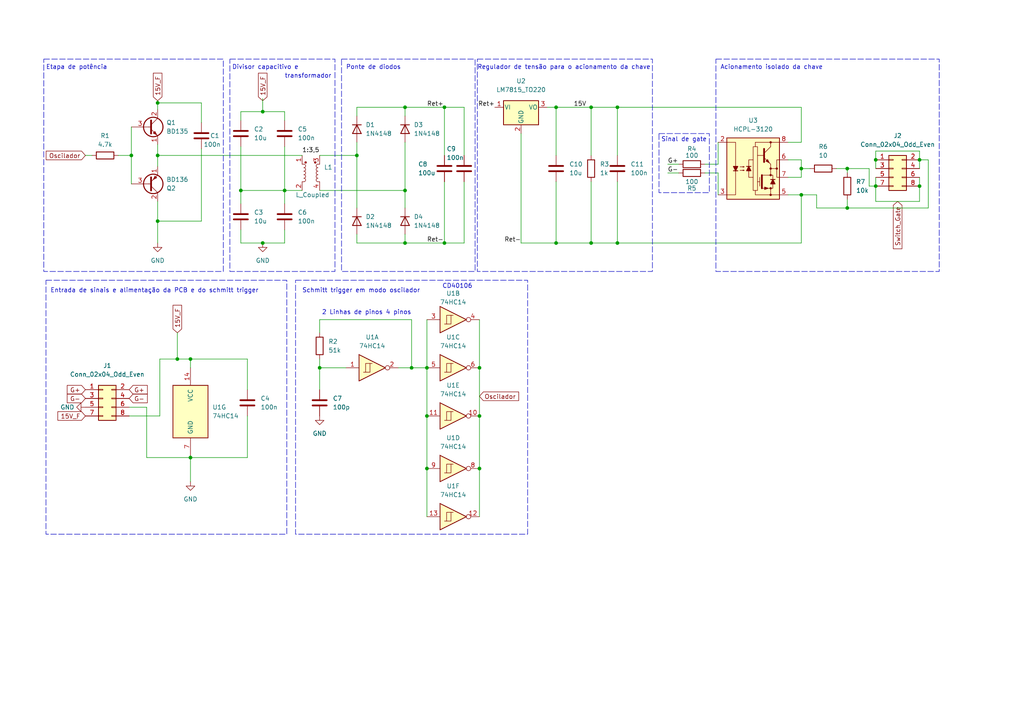
<source format=kicad_sch>
(kicad_sch (version 20230121) (generator eeschema)
  (paper "A4")
  (lib_symbols
    (symbol "74xx:74HC14" (pin_names (offset 1.016))
      (property "Reference" "U" (at 0 1.27 0))
      (property "Value" "74HC14" (at 0 -1.27 0))
      (symbol "74HC14_1_0"
        (polyline (pts (xy -3.81 3.81) (xy -3.81 -3.81) (xy 3.81 0) (xy -3.81 3.81)) (stroke (width 0.254)) (fill (type background)))
        (pin input line (at -7.62 0 0) (length 3.81) (name "~") (number "1"))
        (pin output inverted (at 7.62 0 180) (length 3.81) (name "~") (number "2"))
      )
      (symbol "74HC14_1_1"
        (polyline (pts (xy -1.905 -1.27) (xy -1.905 1.27) (xy -0.635 1.27)))
        (polyline (pts (xy -2.54 -1.27) (xy -0.635 -1.27) (xy -0.635 1.27) (xy 0 1.27)))
      )
      (symbol "74HC14_2_0"
        (polyline (pts (xy -3.81 3.81) (xy -3.81 -3.81) (xy 3.81 0) (xy -3.81 3.81)) (stroke (width 0.254)) (fill (type background)))
        (pin input line (at -7.62 0 0) (length 3.81) (name "~") (number "3"))
        (pin output inverted (at 7.62 0 180) (length 3.81) (name "~") (number "4"))
      )
      (symbol "74HC14_2_1"
        (polyline (pts (xy -1.905 -1.27) (xy -1.905 1.27) (xy -0.635 1.27)))
        (polyline (pts (xy -2.54 -1.27) (xy -0.635 -1.27) (xy -0.635 1.27) (xy 0 1.27)))
      )
      (symbol "74HC14_3_0"
        (polyline (pts (xy -3.81 3.81) (xy -3.81 -3.81) (xy 3.81 0) (xy -3.81 3.81)) (stroke (width 0.254)) (fill (type background)))
        (pin input line (at -7.62 0 0) (length 3.81) (name "~") (number "5"))
        (pin output inverted (at 7.62 0 180) (length 3.81) (name "~") (number "6"))
      )
      (symbol "74HC14_3_1"
        (polyline (pts (xy -1.905 -1.27) (xy -1.905 1.27) (xy -0.635 1.27)))
        (polyline (pts (xy -2.54 -1.27) (xy -0.635 -1.27) (xy -0.635 1.27) (xy 0 1.27)))
      )
      (symbol "74HC14_4_0"
        (polyline (pts (xy -3.81 3.81) (xy -3.81 -3.81) (xy 3.81 0) (xy -3.81 3.81)) (stroke (width 0.254)) (fill (type background)))
        (pin output inverted (at 7.62 0 180) (length 3.81) (name "~") (number "8"))
        (pin input line (at -7.62 0 0) (length 3.81) (name "~") (number "9"))
      )
      (symbol "74HC14_4_1"
        (polyline (pts (xy -1.905 -1.27) (xy -1.905 1.27) (xy -0.635 1.27)))
        (polyline (pts (xy -2.54 -1.27) (xy -0.635 -1.27) (xy -0.635 1.27) (xy 0 1.27)))
      )
      (symbol "74HC14_5_0"
        (polyline (pts (xy -3.81 3.81) (xy -3.81 -3.81) (xy 3.81 0) (xy -3.81 3.81)) (stroke (width 0.254)) (fill (type background)))
        (pin output inverted (at 7.62 0 180) (length 3.81) (name "~") (number "10"))
        (pin input line (at -7.62 0 0) (length 3.81) (name "~") (number "11"))
      )
      (symbol "74HC14_5_1"
        (polyline (pts (xy -1.905 -1.27) (xy -1.905 1.27) (xy -0.635 1.27)))
        (polyline (pts (xy -2.54 -1.27) (xy -0.635 -1.27) (xy -0.635 1.27) (xy 0 1.27)))
      )
      (symbol "74HC14_6_0"
        (polyline (pts (xy -3.81 3.81) (xy -3.81 -3.81) (xy 3.81 0) (xy -3.81 3.81)) (stroke (width 0.254)) (fill (type background)))
        (pin output inverted (at 7.62 0 180) (length 3.81) (name "~") (number "12"))
        (pin input line (at -7.62 0 0) (length 3.81) (name "~") (number "13"))
      )
      (symbol "74HC14_6_1"
        (polyline (pts (xy -1.905 -1.27) (xy -1.905 1.27) (xy -0.635 1.27)))
        (polyline (pts (xy -2.54 -1.27) (xy -0.635 -1.27) (xy -0.635 1.27) (xy 0 1.27)))
      )
      (symbol "74HC14_7_0"
        (pin power_in line (at 0 12.7 270) (length 5.08) (name "VCC") (number "14"))
        (pin power_in line (at 0 -12.7 90) (length 5.08) (name "GND") (number "7"))
      )
      (symbol "74HC14_7_1"
        (rectangle (start -5.08 7.62) (end 5.08 -7.62) (stroke (width 0.254)) (fill (type background)))
      )
    )
    (symbol "Connector_Generic:Conn_02x04_Odd_Even" (pin_names (offset 1.016) hide)
      (property "Reference" "J" (at 1.27 5.08 0))
      (property "Value" "Conn_02x04_Odd_Even" (at 1.27 -7.62 0))
      (symbol "Conn_02x04_Odd_Even_1_1"
        (rectangle (start -1.27 -4.953) (end 0 -5.207) (stroke (width 0.1524)))
        (rectangle (start -1.27 -2.413) (end 0 -2.667) (stroke (width 0.1524)))
        (rectangle (start -1.27 0.127) (end 0 -0.127) (stroke (width 0.1524)))
        (rectangle (start -1.27 2.667) (end 0 2.413) (stroke (width 0.1524)))
        (rectangle (start -1.27 3.81) (end 3.81 -6.35) (stroke (width 0.254)) (fill (type background)))
        (rectangle (start 3.81 -4.953) (end 2.54 -5.207) (stroke (width 0.1524)))
        (rectangle (start 3.81 -2.413) (end 2.54 -2.667) (stroke (width 0.1524)))
        (rectangle (start 3.81 0.127) (end 2.54 -0.127) (stroke (width 0.1524)))
        (rectangle (start 3.81 2.667) (end 2.54 2.413) (stroke (width 0.1524)))
        (pin passive line (at -5.08 2.54 0) (length 3.81) (name "Pin_1") (number "1"))
        (pin passive line (at 7.62 2.54 180) (length 3.81) (name "Pin_2") (number "2"))
        (pin passive line (at -5.08 0 0) (length 3.81) (name "Pin_3") (number "3"))
        (pin passive line (at 7.62 0 180) (length 3.81) (name "Pin_4") (number "4"))
        (pin passive line (at -5.08 -2.54 0) (length 3.81) (name "Pin_5") (number "5"))
        (pin passive line (at 7.62 -2.54 180) (length 3.81) (name "Pin_6") (number "6"))
        (pin passive line (at -5.08 -5.08 0) (length 3.81) (name "Pin_7") (number "7"))
        (pin passive line (at 7.62 -5.08 180) (length 3.81) (name "Pin_8") (number "8"))
      )
    )
    (symbol "Device:C" (pin_numbers hide) (pin_names (offset 0.254))
      (property "Reference" "C" (at 0.635 2.54 0))
      (property "Value" "C" (at 0.635 -2.54 0))
      (symbol "C_0_1"
        (polyline (pts (xy -2.032 -0.762) (xy 2.032 -0.762)) (stroke (width 0.508)))
        (polyline (pts (xy -2.032 0.762) (xy 2.032 0.762)) (stroke (width 0.508)))
      )
      (symbol "C_1_1"
        (pin passive line (at 0 3.81 270) (length 2.794) (name "~") (number "1"))
        (pin passive line (at 0 -3.81 90) (length 2.794) (name "~") (number "2"))
      )
    )
    (symbol "Device:L_Coupled" (pin_names (offset 0.254) hide)
      (property "Reference" "L" (at 0 4.445 0))
      (property "Value" "L_Coupled" (at 0 -4.445 0))
      (symbol "L_Coupled_0_1"
        (circle (center -3.048 -1.27) (radius 0.254) (fill (type outline)))
        (circle (center -3.048 1.524) (radius 0.254) (fill (type outline)))
        (arc (start -2.54 2.032) (mid -2.032 1.5262) (end -1.524 2.032))
        (arc (start -1.524 -2.032) (mid -2.032 -1.5262) (end -2.54 -2.032))
        (arc (start -1.524 2.032) (mid -1.016 1.5262) (end -0.508 2.032))
        (arc (start -0.508 -2.032) (mid -1.016 -1.5262) (end -1.524 -2.032))
        (arc (start -0.508 2.032) (mid 0 1.5262) (end 0.508 2.032))
        (polyline (pts (xy -2.54 -2.032) (xy -2.54 -2.54)))
        (polyline (pts (xy -2.54 2.032) (xy -2.54 2.54)))
        (polyline (pts (xy 2.54 -2.032) (xy 2.54 -2.54)))
        (polyline (pts (xy 2.54 2.54) (xy 2.54 2.032)))
        (arc (start 0.508 -2.032) (mid 0 -1.5262) (end -0.508 -2.032))
        (arc (start 0.508 2.032) (mid 1.016 1.5262) (end 1.524 2.032))
        (arc (start 1.524 -2.032) (mid 1.016 -1.5262) (end 0.508 -2.032))
        (arc (start 1.524 2.032) (mid 2.032 1.5262) (end 2.54 2.032))
        (arc (start 2.54 -2.032) (mid 2.032 -1.5262) (end 1.524 -2.032))
      )
      (symbol "L_Coupled_1_1"
        (pin passive line (at -5.08 2.54 0) (length 2.54) (name "1") (number "1"))
        (pin passive line (at 5.08 2.54 180) (length 2.54) (name "2") (number "2"))
        (pin passive line (at -5.08 -2.54 0) (length 2.54) (name "3") (number "3"))
        (pin passive line (at 5.08 -2.54 180) (length 2.54) (name "4") (number "4"))
      )
    )
    (symbol "Device:R" (pin_numbers hide) (pin_names (offset 0))
      (property "Reference" "R" (at 2.032 0 90))
      (property "Value" "R" (at 0 0 90))
      (symbol "R_0_1"
        (rectangle (start -1.016 -2.54) (end 1.016 2.54) (stroke (width 0.254)))
      )
      (symbol "R_1_1"
        (pin passive line (at 0 3.81 270) (length 1.27) (name "~") (number "1"))
        (pin passive line (at 0 -3.81 90) (length 1.27) (name "~") (number "2"))
      )
    )
    (symbol "Diode:1N4148" (pin_numbers hide) (pin_names hide)
      (property "Reference" "D" (at 0 2.54 0))
      (property "Value" "1N4148" (at 0 -2.54 0))
      (symbol "1N4148_0_1"
        (polyline (pts (xy -1.27 1.27) (xy -1.27 -1.27)) (stroke (width 0.254)))
        (polyline (pts (xy 1.27 0) (xy -1.27 0)))
        (polyline (pts (xy 1.27 1.27) (xy 1.27 -1.27) (xy -1.27 0) (xy 1.27 1.27)) (stroke (width 0.254)))
      )
      (symbol "1N4148_1_1"
        (pin passive line (at -3.81 0 0) (length 2.54) (name "K") (number "1"))
        (pin passive line (at 3.81 0 180) (length 2.54) (name "A") (number "2"))
      )
    )
    (symbol "Driver_FET:HCPL-3120" (pin_names hide)
      (property "Reference" "U" (at 0 12.7 0))
      (property "Value" "HCPL-3120" (at 0 10.16 0))
      (symbol "HCPL-3120_0_1"
        (rectangle (start -7.62 8.89) (end 7.62 -8.89) (stroke (width 0.254)) (fill (type background)))
        (polyline (pts (xy -5.715 -0.635) (xy -4.445 -0.635)) (stroke (width 0.254)))
        (polyline (pts (xy -0.635 0.635) (xy -1.905 0.635)) (stroke (width 0.254)))
        (polyline (pts (xy 1.27 -3.81) (xy 1.905 -3.81)))
        (polyline (pts (xy 1.905 -5.08) (xy 1.905 -2.54)))
        (polyline (pts (xy 2.54 -5.715) (xy 2.54 -1.905)) (stroke (width 0.508)))
        (polyline (pts (xy 3.048 3.81) (xy 1.27 3.81)))
        (polyline (pts (xy 3.175 4.445) (xy 5.08 6.35)))
        (polyline (pts (xy 4.445 -1.905) (xy 2.54 -1.905)))
        (polyline (pts (xy 5.08 -5.715) (xy 5.08 -7.62)))
        (polyline (pts (xy 5.08 0) (xy 6.858 0)))
        (polyline (pts (xy 5.08 1.27) (xy 3.175 3.175)) (fill (type outline)))
        (polyline (pts (xy 5.08 1.27) (xy 5.08 -1.905)))
        (polyline (pts (xy 5.08 6.35) (xy 5.08 7.62)))
        (polyline (pts (xy 6.35 -3.175) (xy 5.08 -3.175)) (stroke (width 0.254)))
        (polyline (pts (xy 7.62 7.62) (xy 0.635 7.62)))
        (polyline (pts (xy -1.27 -0.635) (xy -1.27 -2.54) (xy 0 -2.54)))
        (polyline (pts (xy -1.27 0.635) (xy -1.27 2.54) (xy 0 2.54)))
        (polyline (pts (xy 0.635 -6.35) (xy 0.635 -7.62) (xy 7.62 -7.62)))
        (polyline (pts (xy 3.175 5.715) (xy 3.175 1.905) (xy 3.175 1.905)) (stroke (width 0.508)))
        (polyline (pts (xy 4.445 -1.905) (xy 5.715 -1.905) (xy 5.715 -3.175)))
        (polyline (pts (xy 5.715 -4.445) (xy 5.715 -5.715) (xy 2.54 -5.715)))
        (polyline (pts (xy -7.62 7.62) (xy -5.08 7.62) (xy -5.08 -7.62) (xy -7.62 -7.62)))
        (polyline (pts (xy -5.08 -0.635) (xy -5.715 0.635) (xy -4.445 0.635) (xy -5.08 -0.635)) (stroke (width 0.254)) (fill (type outline)))
        (polyline (pts (xy -1.27 0.635) (xy -0.635 -0.635) (xy -1.905 -0.635) (xy -1.27 0.635)) (stroke (width 0.254)) (fill (type outline)))
        (polyline (pts (xy 4.445 -5.715) (xy 3.302 -5.334) (xy 3.302 -6.096) (xy 4.445 -5.715)) (fill (type outline)))
        (polyline (pts (xy 5.715 -3.175) (xy 6.35 -4.445) (xy 5.08 -4.445) (xy 5.715 -3.175)) (stroke (width 0.254)) (fill (type outline)))
        (polyline (pts (xy 7.62 2.54) (xy 6.858 2.54) (xy 6.858 -2.54) (xy 7.62 -2.54)))
        (polyline (pts (xy -3.81 -0.508) (xy -2.54 -0.508) (xy -2.921 -0.635) (xy -2.921 -0.381) (xy -2.54 -0.508)))
        (polyline (pts (xy -3.81 0.508) (xy -2.54 0.508) (xy -2.921 0.381) (xy -2.921 0.635) (xy -2.54 0.508)))
        (polyline (pts (xy 1.27 6.35) (xy 1.27 -6.35) (xy 0 -6.35) (xy 0 6.35) (xy 1.27 6.35)))
        (polyline (pts (xy 3.683 2.159) (xy 4.191 2.667) (xy 4.699 1.651) (xy 3.683 2.159) (xy 3.683 2.159)) (fill (type outline)))
        (rectangle (start 0.635 6.35) (end 0.635 6.35))
        (rectangle (start 0.635 6.35) (end 0.635 7.62))
        (circle (center 5.08 -7.62) (radius 0.254) (fill (type outline)))
        (circle (center 5.08 -5.715) (radius 0.254) (fill (type outline)))
        (circle (center 5.08 -1.905) (radius 0.254) (fill (type outline)))
        (circle (center 5.08 0) (radius 0.254) (fill (type outline)))
        (circle (center 5.08 7.62) (radius 0.254) (fill (type outline)))
        (circle (center 6.858 0) (radius 0.254) (fill (type outline)))
      )
      (symbol "HCPL-3120_1_1"
        (pin no_connect line (at -7.62 2.54 0) (length 2.54) hide (name "NC") (number "1"))
        (pin passive line (at -10.16 7.62 0) (length 2.54) (name "A") (number "2"))
        (pin passive line (at -10.16 -7.62 0) (length 2.54) (name "C") (number "3"))
        (pin no_connect line (at -7.62 -2.54 0) (length 2.54) hide (name "NC") (number "4"))
        (pin power_out line (at 10.16 -7.62 180) (length 2.54) (name "VEE") (number "5"))
        (pin output line (at 10.16 2.54 180) (length 2.54) (name "VO") (number "6"))
        (pin output line (at 10.16 -2.54 180) (length 2.54) (name "VO") (number "7"))
        (pin power_in line (at 10.16 7.62 180) (length 2.54) (name "VCC") (number "8"))
      )
    )
    (symbol "Regulator_Linear:LM7815_TO220" (pin_names (offset 0.254))
      (property "Reference" "U" (at -3.81 3.175 0))
      (property "Value" "LM7815_TO220" (at 0 3.175 0))
      (symbol "LM7815_TO220_0_1"
        (rectangle (start -5.08 1.905) (end 5.08 -5.08) (stroke (width 0.254)) (fill (type background)))
      )
      (symbol "LM7815_TO220_1_1"
        (pin power_in line (at -7.62 0 0) (length 2.54) (name "VI") (number "1"))
        (pin power_in line (at 0 -7.62 90) (length 2.54) (name "GND") (number "2"))
        (pin power_out line (at 7.62 0 180) (length 2.54) (name "VO") (number "3"))
      )
    )
    (symbol "Transistor_BJT:BD135" (pin_names (offset 0) hide)
      (property "Reference" "Q" (at 5.08 1.905 0))
      (property "Value" "BD135" (at 5.08 0 0))
      (symbol "BD135_0_1"
        (polyline (pts (xy 0 0) (xy 0.635 0)))
        (polyline (pts (xy 2.54 -2.54) (xy 0.635 -0.635)))
        (polyline (pts (xy 2.54 2.54) (xy 0.635 0.635)))
        (polyline (pts (xy 0.635 1.905) (xy 0.635 -1.905) (xy 0.635 -1.905)) (stroke (width 0.508)) (fill (type outline)))
        (polyline (pts (xy 1.2446 -1.778) (xy 1.7526 -1.27) (xy 2.286 -2.286) (xy 1.2446 -1.778) (xy 1.2446 -1.778)) (fill (type outline)))
        (circle (center 1.27 0) (radius 2.8194) (stroke (width 0.3048)))
      )
      (symbol "BD135_1_1"
        (pin passive line (at 2.54 -5.08 90) (length 2.54) (name "E") (number "1"))
        (pin passive line (at 2.54 5.08 270) (length 2.54) (name "C") (number "2"))
        (pin input line (at -5.08 0 0) (length 5.08) (name "B") (number "3"))
      )
    )
    (symbol "Transistor_BJT:BD136" (pin_names (offset 0) hide)
      (property "Reference" "Q" (at 5.08 1.905 0))
      (property "Value" "BD136" (at 5.08 0 0))
      (symbol "BD136_0_1"
        (polyline (pts (xy 0 0) (xy 0.635 0)))
        (polyline (pts (xy 2.54 -2.54) (xy 0.635 -0.635)))
        (polyline (pts (xy 2.54 2.54) (xy 0.635 0.635)))
        (polyline (pts (xy 0.635 1.905) (xy 0.635 -1.905) (xy 0.635 -1.905)) (stroke (width 0.508)) (fill (type outline)))
        (polyline (pts (xy 1.778 -2.286) (xy 2.286 -1.778) (xy 1.27 -1.27) (xy 1.778 -2.286) (xy 1.778 -2.286)) (fill (type outline)))
        (circle (center 1.27 0) (radius 2.8194) (stroke (width 0.3048)))
      )
      (symbol "BD136_1_1"
        (pin passive line (at 2.54 -5.08 90) (length 2.54) (name "E") (number "1"))
        (pin passive line (at 2.54 5.08 270) (length 2.54) (name "C") (number "2"))
        (pin input line (at -5.08 0 0) (length 5.08) (name "B") (number "3"))
      )
    )
    (symbol "power:GND" (power) (pin_names (offset 0))
      (property "Value" "GND" (at 0 -3.81 0))
      (symbol "GND_0_1"
        (polyline (pts (xy 0 0) (xy 0 -1.27) (xy 1.27 -1.27) (xy 0 -2.54) (xy -1.27 -1.27) (xy 0 -1.27)))
      )
      (symbol "GND_1_1"
        (pin power_in line (at 0 0 270) (length 0) hide (name "GND") (number "1"))
      )
    )
  )
  (junction (at 69.85 55.245))
  (junction (at 45.72 29.845))
  (junction (at 38.1 45.085))
  (junction (at 55.245 104.14))
  (junction (at 119.38 106.68))
  (junction (at 123.825 106.68))
  (junction (at 254 53.975))
  (junction (at 128.905 70.485))
  (junction (at 139.065 120.65))
  (junction (at 266.7 46.355))
  (junction (at 55.245 132.715))
  (junction (at 171.45 70.485))
  (junction (at 51.435 104.14))
  (junction (at 171.45 31.115))
  (junction (at 123.825 120.65))
  (junction (at 139.065 135.89))
  (junction (at 161.29 31.115))
  (junction (at 123.825 135.89))
  (junction (at 117.475 55.245))
  (junction (at 179.07 70.485))
  (junction (at 82.55 55.245))
  (junction (at 139.065 106.68))
  (junction (at 92.71 106.68))
  (junction (at 117.475 70.485))
  (junction (at 245.745 60.325))
  (junction (at 45.72 45.085))
  (junction (at 76.2 32.385))
  (junction (at 254 46.355))
  (junction (at 245.745 48.895))
  (junction (at 266.7 53.975))
  (junction (at 45.72 64.135))
  (junction (at 232.41 56.515))
  (junction (at 103.505 45.085))
  (junction (at 179.07 31.115))
  (junction (at 128.905 31.115))
  (junction (at 76.2 70.485))
  (junction (at 161.29 70.485))
  (junction (at 117.475 31.115))
  (junction (at 232.41 48.895))
  (wire (pts (xy 38.1 45.085) (xy 38.1 53.34)))
  (wire (pts (xy 51.435 96.52) (xy 51.435 104.14)))
  (wire (pts (xy 252.095 53.975) (xy 254 53.975)))
  (wire (pts (xy 151.13 70.485) (xy 161.29 70.485)))
  (wire (pts (xy 71.755 120.65) (xy 71.755 132.715)))
  (wire (pts (xy 69.85 70.485) (xy 76.2 70.485)))
  (wire (pts (xy 228.6 41.275) (xy 232.41 41.275)))
  (wire (pts (xy 266.7 43.815) (xy 254 43.815)))
  (wire (pts (xy 179.07 31.115) (xy 232.41 31.115)))
  (wire (pts (xy 103.505 70.485) (xy 117.475 70.485)))
  (wire (pts (xy 245.745 60.325) (xy 245.745 57.785)))
  (wire (pts (xy 254 51.435) (xy 254 53.975)))
  (wire (pts (xy 92.71 106.68) (xy 92.71 113.03)))
  (wire (pts (xy 171.45 52.705) (xy 171.45 70.485)))
  (wire (pts (xy 208.28 56.515) (xy 208.28 50.165)))
  (wire (pts (xy 46.355 104.14) (xy 46.355 120.65)))
  (wire (pts (xy 123.825 106.68) (xy 123.825 92.71)))
  (wire (pts (xy 151.13 38.735) (xy 151.13 70.485)))
  (wire (pts (xy 179.07 31.115) (xy 179.07 45.085)))
  (wire (pts (xy 69.85 55.245) (xy 82.55 55.245)))
  (wire (pts (xy 82.55 55.245) (xy 82.55 59.055)))
  (wire (pts (xy 103.505 45.085) (xy 103.505 60.325)))
  (wire (pts (xy 45.72 45.085) (xy 45.72 48.26)))
  (wire (pts (xy 82.55 42.545) (xy 82.55 55.245)))
  (wire (pts (xy 128.905 70.485) (xy 134.62 70.485)))
  (wire (pts (xy 45.72 64.135) (xy 45.72 70.485)))
  (wire (pts (xy 232.41 41.275) (xy 232.41 31.115)))
  (wire (pts (xy 69.85 42.545) (xy 69.85 55.245)))
  (wire (pts (xy 236.855 56.515) (xy 232.41 56.515)))
  (wire (pts (xy 58.42 35.56) (xy 58.42 29.845)))
  (wire (pts (xy 139.065 135.89) (xy 139.065 149.86)))
  (wire (pts (xy 82.55 66.675) (xy 82.55 70.485)))
  (wire (pts (xy 161.29 31.115) (xy 158.75 31.115)))
  (wire (pts (xy 76.2 32.385) (xy 69.85 32.385)))
  (wire (pts (xy 45.72 29.845) (xy 45.72 31.75)))
  (wire (pts (xy 228.6 56.515) (xy 232.41 56.515)))
  (wire (pts (xy 42.545 118.11) (xy 42.545 132.715)))
  (wire (pts (xy 117.475 31.115) (xy 117.475 33.655)))
  (wire (pts (xy 92.71 92.71) (xy 92.71 96.52)))
  (wire (pts (xy 103.505 67.945) (xy 103.505 70.485)))
  (wire (pts (xy 134.62 31.115) (xy 134.62 45.085)))
  (wire (pts (xy 171.45 31.115) (xy 171.45 45.085)))
  (wire (pts (xy 134.62 52.705) (xy 134.62 70.485)))
  (wire (pts (xy 266.7 58.42) (xy 266.7 53.975)))
  (wire (pts (xy 139.065 120.65) (xy 139.065 135.89)))
  (wire (pts (xy 179.07 52.705) (xy 179.07 70.485)))
  (wire (pts (xy 119.38 106.68) (xy 119.38 92.71)))
  (wire (pts (xy 245.745 48.895) (xy 242.57 48.895)))
  (wire (pts (xy 45.72 41.91) (xy 45.72 45.085)))
  (wire (pts (xy 232.41 48.895) (xy 232.41 51.435)))
  (wire (pts (xy 128.905 31.115) (xy 134.62 31.115)))
  (wire (pts (xy 266.7 53.975) (xy 266.7 51.435)))
  (wire (pts (xy 55.245 132.715) (xy 55.245 139.7)))
  (wire (pts (xy 123.825 106.68) (xy 123.825 120.65)))
  (wire (pts (xy 161.29 52.705) (xy 161.29 70.485)))
  (wire (pts (xy 71.755 132.715) (xy 55.245 132.715)))
  (wire (pts (xy 161.29 31.115) (xy 171.45 31.115)))
  (wire (pts (xy 55.245 106.68) (xy 55.245 104.14)))
  (wire (pts (xy 117.475 41.275) (xy 117.475 55.245)))
  (wire (pts (xy 119.38 92.71) (xy 92.71 92.71)))
  (wire (pts (xy 82.55 55.245) (xy 87.63 55.245)))
  (wire (pts (xy 45.72 45.085) (xy 87.63 45.085)))
  (wire (pts (xy 55.245 132.08) (xy 55.245 132.715)))
  (wire (pts (xy 266.7 46.355) (xy 266.7 48.895)))
  (wire (pts (xy 254 46.355) (xy 254 48.895)))
  (wire (pts (xy 82.55 32.385) (xy 76.2 32.385)))
  (wire (pts (xy 254 43.815) (xy 254 46.355)))
  (wire (pts (xy 236.855 60.325) (xy 236.855 56.515)))
  (wire (pts (xy 269.24 60.325) (xy 245.745 60.325)))
  (wire (pts (xy 193.675 50.165) (xy 196.85 50.165)))
  (wire (pts (xy 139.065 92.71) (xy 139.065 106.68)))
  (wire (pts (xy 115.57 106.68) (xy 119.38 106.68)))
  (wire (pts (xy 103.505 31.115) (xy 117.475 31.115)))
  (wire (pts (xy 117.475 31.115) (xy 128.905 31.115)))
  (wire (pts (xy 117.475 55.245) (xy 117.475 60.325)))
  (wire (pts (xy 179.07 31.115) (xy 171.45 31.115)))
  (wire (pts (xy 117.475 70.485) (xy 128.905 70.485)))
  (wire (pts (xy 128.905 31.115) (xy 128.905 45.085)))
  (wire (pts (xy 69.85 70.485) (xy 69.85 66.675)))
  (wire (pts (xy 24.765 45.085) (xy 26.67 45.085)))
  (wire (pts (xy 139.065 106.68) (xy 139.065 120.65)))
  (wire (pts (xy 266.7 46.355) (xy 266.7 43.815)))
  (wire (pts (xy 232.41 48.895) (xy 234.95 48.895)))
  (wire (pts (xy 58.42 29.845) (xy 45.72 29.845)))
  (wire (pts (xy 42.545 118.11) (xy 37.465 118.11)))
  (wire (pts (xy 37.465 120.65) (xy 46.355 120.65)))
  (wire (pts (xy 42.545 132.715) (xy 55.245 132.715)))
  (wire (pts (xy 82.55 32.385) (xy 82.55 34.925)))
  (wire (pts (xy 38.1 36.83) (xy 38.1 45.085)))
  (wire (pts (xy 171.45 70.485) (xy 179.07 70.485)))
  (wire (pts (xy 92.71 106.68) (xy 100.33 106.68)))
  (wire (pts (xy 161.29 70.485) (xy 171.45 70.485)))
  (wire (pts (xy 232.41 46.355) (xy 232.41 48.895)))
  (wire (pts (xy 245.745 50.165) (xy 245.745 48.895)))
  (wire (pts (xy 46.355 104.14) (xy 51.435 104.14)))
  (wire (pts (xy 117.475 70.485) (xy 117.475 67.945)))
  (wire (pts (xy 119.38 106.68) (xy 123.825 106.68)))
  (wire (pts (xy 254 58.42) (xy 266.7 58.42)))
  (wire (pts (xy 266.7 46.355) (xy 269.24 46.355)))
  (wire (pts (xy 123.825 120.65) (xy 123.825 135.89)))
  (wire (pts (xy 161.29 31.115) (xy 161.29 45.085)))
  (wire (pts (xy 228.6 46.355) (xy 232.41 46.355)))
  (wire (pts (xy 45.72 29.21) (xy 45.72 29.845)))
  (wire (pts (xy 232.41 56.515) (xy 232.41 70.485)))
  (wire (pts (xy 232.41 70.485) (xy 179.07 70.485)))
  (wire (pts (xy 232.41 51.435) (xy 228.6 51.435)))
  (wire (pts (xy 254 53.975) (xy 254 58.42)))
  (wire (pts (xy 252.095 48.895) (xy 252.095 53.975)))
  (wire (pts (xy 55.245 104.14) (xy 71.755 104.14)))
  (wire (pts (xy 92.71 104.14) (xy 92.71 106.68)))
  (wire (pts (xy 204.47 47.625) (xy 208.28 47.625)))
  (wire (pts (xy 123.825 135.89) (xy 123.825 149.86)))
  (wire (pts (xy 92.71 45.085) (xy 103.505 45.085)))
  (wire (pts (xy 269.24 46.355) (xy 269.24 60.325)))
  (wire (pts (xy 236.855 60.325) (xy 245.745 60.325)))
  (wire (pts (xy 71.755 104.14) (xy 71.755 113.03)))
  (wire (pts (xy 208.28 41.275) (xy 208.28 47.625)))
  (wire (pts (xy 193.675 47.625) (xy 196.85 47.625)))
  (wire (pts (xy 92.71 55.245) (xy 117.475 55.245)))
  (wire (pts (xy 103.505 41.275) (xy 103.505 45.085)))
  (wire (pts (xy 69.85 55.245) (xy 69.85 59.055)))
  (wire (pts (xy 34.29 45.085) (xy 38.1 45.085)))
  (wire (pts (xy 204.47 50.165) (xy 208.28 50.165)))
  (wire (pts (xy 128.905 52.705) (xy 128.905 70.485)))
  (wire (pts (xy 76.2 70.485) (xy 82.55 70.485)))
  (wire (pts (xy 69.85 32.385) (xy 69.85 34.925)))
  (wire (pts (xy 76.2 28.575) (xy 76.2 32.385)))
  (wire (pts (xy 245.745 48.895) (xy 252.095 48.895)))
  (wire (pts (xy 58.42 64.135) (xy 45.72 64.135)))
  (wire (pts (xy 103.505 33.655) (xy 103.505 31.115)))
  (wire (pts (xy 55.245 104.14) (xy 51.435 104.14)))
  (wire (pts (xy 45.72 58.42) (xy 45.72 64.135)))
  (wire (pts (xy 58.42 43.18) (xy 58.42 64.135)))
  (rectangle (start 138.43 17.145) (end 189.23 78.74) (stroke (width 0) (type dash)))
  (rectangle (start 13.335 81.28) (end 83.185 154.94) (stroke (width 0) (type dash)))
  (rectangle (start 99.06 17.145) (end 137.795 78.74) (stroke (width 0) (type dash)))
  (rectangle (start 66.675 17.145) (end 97.155 78.74) (stroke (width 0) (type dash)))
  (rectangle (start 207.645 17.145) (end 272.415 78.74) (stroke (width 0) (type dash)))
  (rectangle (start 85.725 81.28) (end 153.035 154.94) (stroke (width 0) (type dash)))
  (rectangle (start 12.7 17.145) (end 64.77 78.74) (stroke (width 0) (type dash)))
  (rectangle (start 191.135 38.735) (end 205.74 55.88) (stroke (width 0) (type dash)))
  (text "CD40106" (at 128.27 83.82 0) (effects (font (size 1.27 1.27)) (justify left bottom)))
  (text "transformador" (at 82.55 22.86 0) (effects (font (size 1.27 1.27)) (justify left bottom)))
  (text "1:3,5" (at 87.63 44.45 0) (effects (font (size 1.27 1.27)) (justify left bottom)))
  (text "Etapa de potência" (at 13.335 20.32 0) (effects (font (size 1.27 1.27)) (justify left bottom)))
  (text "Acionamento isolado da chave" (at 208.915 20.32 0) (effects (font (size 1.27 1.27)) (justify left bottom)))
  (text "Entrada de sinais e alimentação da PCB e do schmitt trigger" (at 14.605 85.09 0) (effects (font (size 1.27 1.27)) (justify left bottom)))
  (text "Divisor capacitivo e" (at 67.31 20.32 0) (effects (font (size 1.27 1.27)) (justify left bottom)))
  (text "Ponte de diodos" (at 100.33 20.32 0) (effects (font (size 1.27 1.27)) (justify left bottom)))
  (text "Schmitt trigger em modo oscilador" (at 87.63 85.09 0) (effects (font (size 1.27 1.27)) (justify left bottom)))
  (text "Sinal de gate" (at 191.77 41.275 0) (effects (font (size 1.27 1.27)) (justify left bottom)))
  (text "Regulador de tensão para o acionamento da chave" (at 138.43 20.32 0) (effects (font (size 1.27 1.27)) (justify left bottom)))
  (text "2 Linhas de pinos 4 pinos" (at 93.345 91.44 0) (effects (font (size 1.27 1.27)) (justify left bottom)))
  (label "Ret+" (at 143.51 31.115 180))
  (label "G-" (at 193.675 50.165 0))
  (label "Ret+" (at 123.825 31.115 0))
  (label "Ret-" (at 123.825 70.485 0))
  (label "G+" (at 193.675 47.625 0))
  (label "Ret-" (at 151.13 70.485 180))
  (label "15V" (at 166.37 31.115 0))
  (global_label "15V_F" (shape input) (at 24.765 120.65 180) (property "Intersheetrefs" "${INTERSHEET_REFS}" (effects hide)))
  (global_label "15V_F" (shape input) (at 45.72 29.21 90) (property "Intersheetrefs" "${INTERSHEET_REFS}" (effects hide)))
  (global_label "G-" (shape input) (at 24.765 115.57 180) (property "Intersheetrefs" "${INTERSHEET_REFS}" (effects hide)))
  (global_label "G-" (shape input) (at 37.465 115.57 0) (property "Intersheetrefs" "${INTERSHEET_REFS}" (effects hide)))
  (global_label "Oscilador" (shape input) (at 24.765 45.085 180) (property "Intersheetrefs" "${INTERSHEET_REFS}" (effects hide)))
  (global_label "Oscilador" (shape input) (at 139.065 114.935 0) (property "Intersheetrefs" "${INTERSHEET_REFS}" (effects hide)))
  (global_label "G+" (shape input) (at 37.465 113.03 0) (property "Intersheetrefs" "${INTERSHEET_REFS}" (effects hide)))
  (global_label "15V_F" (shape input) (at 76.2 29.21 90) (property "Intersheetrefs" "${INTERSHEET_REFS}" (effects hide)))
  (global_label "15V_F" (shape input) (at 51.435 96.52 90) (property "Intersheetrefs" "${INTERSHEET_REFS}" (effects hide)))
  (global_label "Switch_Gate" (shape input) (at 260.35 58.42 270) (property "Intersheetrefs" "${INTERSHEET_REFS}" (effects hide)))
  (global_label "G+" (shape input) (at 24.765 113.03 180) (property "Intersheetrefs" "${INTERSHEET_REFS}" (effects hide)))
  (symbol (lib_id "Device:C") (at 71.755 116.84 0) (unit 1)
    (property "Reference" "C4" (at 75.565 115.5699 0) (effects (justify left)))
    (property "Value" "100n" (at 75.565 118.1099 0) (effects (justify left)))
    (property "Footprint" "Capacitor_THT:C_Disc_D5.0mm_W2.5mm_P5.00mm" (effects hide))
  )
  (symbol (lib_id "Device:R") (at 171.45 48.895 180) (unit 1)
    (property "Reference" "R3" (at 173.99 47.6249 0) (effects (justify right)))
    (property "Value" "1k" (at 173.99 50.1649 0) (effects (justify right)))
    (property "Footprint" "Resistor_THT:R_Axial_DIN0204_L3.6mm_D1.6mm_P7.62mm_Horizontal" (effects hide))
  )
  (symbol (lib_id "74xx:74HC14") (at 131.445 149.86 0) (unit 6)
    (property "Reference" "U1" (at 131.445 140.97 0))
    (property "Value" "74HC14" (at 131.445 143.51 0))
    (property "Footprint" "Package_DIP:DIP-14_W7.62mm_Socket" (effects hide))
    (property "Datasheet" "http://www.ti.com/lit/gpn/sn74HC14" (effects hide))
  )
  (symbol (lib_id "Device:R") (at 245.745 53.975 0) (unit 1)
    (property "Reference" "R7" (at 248.285 52.705 0) (effects (justify left)))
    (property "Value" "10k" (at 248.285 55.245 0) (effects (justify left)))
    (property "Footprint" "Resistor_THT:R_Axial_DIN0204_L3.6mm_D1.6mm_P7.62mm_Horizontal" (effects hide))
  )
  (symbol (lib_id "Device:R") (at 30.48 45.085 90) (unit 1)
    (property "Reference" "R1" (at 30.48 39.37 90))
    (property "Value" "4.7k" (at 30.48 41.91 90))
    (property "Footprint" "Resistor_THT:R_Axial_DIN0204_L3.6mm_D1.6mm_P7.62mm_Horizontal" (effects hide))
  )
  (symbol (lib_id "Regulator_Linear:LM7815_TO220") (at 151.13 31.115 0) (unit 1)
    (property "Reference" "U2" (at 151.13 23.495 0))
    (property "Value" "LM7815_TO220" (at 151.13 26.035 0))
    (property "Footprint" "Package_TO_SOT_THT:TO-220-3_Vertical" (effects hide))
    (property "Datasheet" "https://www.onsemi.cn/PowerSolutions/document/MC7800-D.PDF" (effects hide))
  )
  (symbol (lib_id "74xx:74HC14") (at 131.445 92.71 0) (unit 2)
    (property "Reference" "U1" (at 131.445 85.09 0))
    (property "Value" "74HC14" (at 131.445 87.63 0))
    (property "Footprint" "Package_DIP:DIP-14_W7.62mm_Socket" (effects hide))
    (property "Datasheet" "http://www.ti.com/lit/gpn/sn74HC14" (effects hide))
  )
  (symbol (lib_id "74xx:74HC14") (at 131.445 120.65 0) (unit 5)
    (property "Reference" "U1" (at 131.445 111.76 0))
    (property "Value" "74HC14" (at 131.445 114.3 0))
    (property "Footprint" "Package_DIP:DIP-14_W7.62mm_Socket" (effects hide))
    (property "Datasheet" "http://www.ti.com/lit/gpn/sn74HC14" (effects hide))
  )
  (symbol (lib_id "Diode:1N4148") (at 103.505 64.135 270) (unit 1)
    (property "Reference" "D2" (at 106.045 62.865 90) (effects (justify left)))
    (property "Value" "1N4148" (at 106.045 65.405 90) (effects (justify left)))
    (property "Footprint" "Diode_THT:D_DO-35_SOD27_P7.62mm_Horizontal" (effects hide))
    (property "Datasheet" "https://assets.nexperia.com/documents/data-sheet/1N4148_1N4448.pdf" (effects hide))
    (property "Sim.Device" "D" (effects hide))
    (property "Sim.Pins" "1=K 2=A" (effects hide))
  )
  (symbol (lib_id "74xx:74HC14") (at 55.245 119.38 0) (unit 7)
    (property "Reference" "U1" (at 61.595 118.1099 0) (effects (justify left)))
    (property "Value" "74HC14" (at 61.595 120.6499 0) (effects (justify left)))
    (property "Footprint" "Package_DIP:DIP-14_W7.62mm_Socket" (effects hide))
    (property "Datasheet" "http://www.ti.com/lit/gpn/sn74HC14" (effects hide))
  )
  (symbol (lib_id "Connector_Generic:Conn_02x04_Odd_Even") (at 29.845 115.57 0) (unit 1)
    (property "Reference" "J1" (at 31.115 106.045 0))
    (property "Value" "Conn_02x04_Odd_Even" (at 31.115 108.585 0))
    (property "Footprint" "Connector_PinHeader_2.54mm:PinHeader_2x04_P2.54mm_Horizontal" (effects hide))
  )
  (symbol (lib_id "Device:C") (at 161.29 48.895 0) (unit 1)
    (property "Reference" "C10" (at 165.1 47.6249 0) (effects (justify left)))
    (property "Value" "10u" (at 165.1 50.1649 0) (effects (justify left)))
    (property "Footprint" "Capacitor_THT:CP_Radial_D5.0mm_P2.00mm" (effects hide))
  )
  (symbol (lib_id "Device:R") (at 200.66 50.165 270) (unit 1)
    (property "Reference" "R5" (at 200.66 54.61 90))
    (property "Value" "100" (at 200.66 52.705 90))
    (property "Footprint" "Resistor_THT:R_Axial_DIN0204_L3.6mm_D1.6mm_P7.62mm_Horizontal" (effects hide))
  )
  (symbol (lib_id "Device:R") (at 200.66 47.625 270) (unit 1)
    (property "Reference" "R4" (at 200.66 43.18 90))
    (property "Value" "100" (at 200.66 45.085 90))
    (property "Footprint" "Resistor_THT:R_Axial_DIN0204_L3.6mm_D1.6mm_P7.62mm_Horizontal" (effects hide))
  )
  (symbol (lib_id "Device:R") (at 92.71 100.33 180) (unit 1)
    (property "Reference" "R2" (at 95.25 99.06 0) (effects (justify right)))
    (property "Value" "51k" (at 95.25 101.6 0) (effects (justify right)))
    (property "Footprint" "Resistor_THT:R_Axial_DIN0204_L3.6mm_D1.6mm_P7.62mm_Horizontal" (effects hide))
  )
  (symbol (lib_id "Driver_FET:HCPL-3120") (at 218.44 48.895 0) (unit 1)
    (property "Reference" "U3" (at 218.44 34.925 0))
    (property "Value" "HCPL-3120" (at 218.44 37.465 0))
    (property "Footprint" "Package_DIP:DIP-8_W7.62mm_Socket" (effects hide))
    (property "Datasheet" "https://docs.broadcom.com/docs/AV02-0161EN" (effects hide))
  )
  (symbol (lib_id "Device:C") (at 82.55 62.865 0) (unit 1)
    (property "Reference" "C6" (at 86.36 61.5949 0) (effects (justify left)))
    (property "Value" "100n" (at 86.36 64.1349 0) (effects (justify left)))
    (property "Footprint" "Capacitor_THT:C_Disc_D5.0mm_W2.5mm_P5.00mm" (effects hide))
  )
  (symbol (lib_id "Device:L_Coupled") (at 90.17 50.165 90) (mirror x) (unit 1)
    (property "Reference" "L1" (at 93.98 48.5139 90) (effects (justify right)))
    (property "Value" "L_Coupled" (at 85.725 56.515 90) (effects (justify right)))
    (property "Footprint" "Components:Inductor_Coupled" (effects hide))
  )
  (symbol (lib_id "74xx:74HC14") (at 131.445 135.89 0) (unit 4)
    (property "Reference" "U1" (at 131.445 127 0))
    (property "Value" "74HC14" (at 131.445 129.54 0))
    (property "Footprint" "Package_DIP:DIP-14_W7.62mm_Socket" (effects hide))
    (property "Datasheet" "http://www.ti.com/lit/gpn/sn74HC14" (effects hide))
  )
  (symbol (lib_id "Device:C") (at 128.905 48.895 0) (unit 1)
    (property "Reference" "C8" (at 121.285 47.625 0) (effects (justify left)))
    (property "Value" "100u" (at 121.285 50.165 0) (effects (justify left)))
    (property "Footprint" "Capacitor_THT:CP_Radial_D8.0mm_P3.50mm" (effects hide))
  )
  (symbol (lib_id "Device:C") (at 58.42 39.37 0) (unit 1)
    (property "Reference" "C1" (at 60.96 39.37 0) (effects (justify left)))
    (property "Value" "100n" (at 59.055 41.91 0) (effects (justify left)))
    (property "Footprint" "Capacitor_THT:C_Disc_D5.0mm_W2.5mm_P5.00mm" (effects hide))
  )
  (symbol (lib_id "Diode:1N4148") (at 117.475 64.135 270) (unit 1)
    (property "Reference" "D4" (at 120.015 62.865 90) (effects (justify left)))
    (property "Value" "1N4148" (at 120.015 65.405 90) (effects (justify left)))
    (property "Footprint" "Diode_THT:D_DO-35_SOD27_P7.62mm_Horizontal" (effects hide))
    (property "Datasheet" "https://assets.nexperia.com/documents/data-sheet/1N4148_1N4448.pdf" (effects hide))
    (property "Sim.Device" "D" (effects hide))
    (property "Sim.Pins" "1=K 2=A" (effects hide))
  )
  (symbol (lib_id "Connector_Generic:Conn_02x04_Odd_Even") (at 259.08 48.895 0) (unit 1)
    (property "Reference" "J2" (at 260.35 39.37 0))
    (property "Value" "Conn_02x04_Odd_Even" (at 260.35 41.91 0))
    (property "Footprint" "Connector_PinHeader_2.54mm:PinHeader_2x04_P2.54mm_Horizontal" (effects hide))
  )
  (symbol (lib_id "power:GND") (at 24.765 118.11 270) (unit 1)
    (property "Reference" "#PWR01" (effects hide))
    (property "Value" "GND" (at 21.59 118.1099 90) (effects (justify right)))
  )
  (symbol (lib_id "power:GND") (at 76.2 70.485 0) (unit 1)
    (property "Reference" "#PWR04" (effects hide))
    (property "Value" "GND" (at 76.2 75.565 0))
  )
  (symbol (lib_id "Device:C") (at 179.07 48.895 0) (unit 1)
    (property "Reference" "C11" (at 182.88 47.6249 0) (effects (justify left)))
    (property "Value" "100n" (at 182.88 50.1649 0) (effects (justify left)))
    (property "Footprint" "Capacitor_THT:C_Disc_D5.0mm_W2.5mm_P5.00mm" (effects hide))
  )
  (symbol (lib_id "Device:R") (at 238.76 48.895 270) (unit 1)
    (property "Reference" "R6" (at 238.76 42.545 90))
    (property "Value" "10" (at 238.76 45.085 90))
    (property "Footprint" "Resistor_THT:R_Axial_DIN0204_L3.6mm_D1.6mm_P7.62mm_Horizontal" (effects hide))
  )
  (symbol (lib_id "Diode:1N4148") (at 103.505 37.465 270) (unit 1)
    (property "Reference" "D1" (at 106.045 36.195 90) (effects (justify left)))
    (property "Value" "1N4148" (at 106.045 38.735 90) (effects (justify left)))
    (property "Footprint" "Diode_THT:D_DO-35_SOD27_P7.62mm_Horizontal" (effects hide))
    (property "Datasheet" "https://assets.nexperia.com/documents/data-sheet/1N4148_1N4448.pdf" (effects hide))
    (property "Sim.Device" "D" (effects hide))
    (property "Sim.Pins" "1=K 2=A" (effects hide))
  )
  (symbol (lib_id "Device:C") (at 69.85 38.735 0) (unit 1)
    (property "Reference" "C2" (at 73.66 37.4649 0) (effects (justify left)))
    (property "Value" "10u" (at 73.66 40.0049 0) (effects (justify left)))
    (property "Footprint" "Capacitor_THT:CP_Radial_D5.0mm_P2.00mm" (effects hide))
  )
  (symbol (lib_id "74xx:74HC14") (at 131.445 106.68 0) (unit 3)
    (property "Reference" "U1" (at 131.445 97.79 0))
    (property "Value" "74HC14" (at 131.445 100.33 0))
    (property "Footprint" "Package_DIP:DIP-14_W7.62mm_Socket" (effects hide))
    (property "Datasheet" "http://www.ti.com/lit/gpn/sn74HC14" (effects hide))
  )
  (symbol (lib_id "Device:C") (at 69.85 62.865 0) (unit 1)
    (property "Reference" "C3" (at 73.66 61.5949 0) (effects (justify left)))
    (property "Value" "10u" (at 73.66 64.1349 0) (effects (justify left)))
    (property "Footprint" "Capacitor_THT:CP_Radial_D5.0mm_P2.00mm" (effects hide))
  )
  (symbol (lib_id "Device:C") (at 82.55 38.735 0) (unit 1)
    (property "Reference" "C5" (at 86.36 37.4649 0) (effects (justify left)))
    (property "Value" "100n" (at 86.36 40.0049 0) (effects (justify left)))
    (property "Footprint" "Capacitor_THT:C_Disc_D5.0mm_W2.5mm_P5.00mm" (effects hide))
  )
  (symbol (lib_id "Transistor_BJT:BD136") (at 43.18 53.34 0) (mirror x) (unit 1)
    (property "Reference" "Q2" (at 48.26 54.61 0) (effects (justify left)))
    (property "Value" "BD136" (at 48.26 52.07 0) (effects (justify left)))
    (property "Footprint" "Package_TO_SOT_THT:TO-126-3_Vertical" (effects hide))
    (property "Datasheet" "http://www.st.com/internet/com/TECHNICAL_RESOURCES/TECHNICAL_LITERATURE/DATASHEET/CD00001225.pdf" (effects hide))
  )
  (symbol (lib_id "power:GND") (at 45.72 70.485 0) (unit 1)
    (property "Reference" "#PWR02" (effects hide))
    (property "Value" "GND" (at 45.72 75.565 0))
  )
  (symbol (lib_id "Transistor_BJT:BD135") (at 43.18 36.83 0) (unit 1)
    (property "Reference" "Q1" (at 48.26 35.56 0) (effects (justify left)))
    (property "Value" "BD135" (at 48.26 38.1 0) (effects (justify left)))
    (property "Footprint" "Package_TO_SOT_THT:TO-126-3_Vertical" (effects hide))
    (property "Datasheet" "http://www.st.com/internet/com/TECHNICAL_RESOURCES/TECHNICAL_LITERATURE/DATASHEET/CD00001225.pdf" (effects hide))
  )
  (symbol (lib_id "power:GND") (at 55.245 139.7 0) (unit 1)
    (property "Reference" "#PWR03" (effects hide))
    (property "Value" "GND" (at 55.245 144.78 0))
  )
  (symbol (lib_id "power:GND") (at 92.71 120.65 0) (unit 1)
    (property "Reference" "#PWR05" (effects hide))
    (property "Value" "GND" (at 92.71 125.73 0))
  )
  (symbol (lib_id "74xx:74HC14") (at 107.95 106.68 0) (unit 1)
    (property "Reference" "U1" (at 107.95 97.79 0))
    (property "Value" "74HC14" (at 107.95 100.33 0))
    (property "Footprint" "Package_DIP:DIP-14_W7.62mm_Socket" (effects hide))
    (property "Datasheet" "http://www.ti.com/lit/gpn/sn74HC14" (effects hide))
  )
  (symbol (lib_id "Device:C") (at 92.71 116.84 0) (unit 1)
    (property "Reference" "C7" (at 96.52 115.5699 0) (effects (justify left)))
    (property "Value" "100p" (at 96.52 118.1099 0) (effects (justify left)))
    (property "Footprint" "Capacitor_THT:C_Disc_D5.0mm_W2.5mm_P5.00mm" (effects hide))
  )
  (symbol (lib_id "Device:C") (at 134.62 48.895 0) (unit 1)
    (property "Reference" "C9" (at 129.54 43.18 0) (effects (justify left)))
    (property "Value" "100n" (at 129.54 45.72 0) (effects (justify left)))
    (property "Footprint" "Capacitor_THT:C_Disc_D5.0mm_W2.5mm_P5.00mm" (effects hide))
  )
  (symbol (lib_id "Diode:1N4148") (at 117.475 37.465 270) (unit 1)
    (property "Reference" "D3" (at 120.015 36.195 90) (effects (justify left)))
    (property "Value" "1N4148" (at 120.015 38.735 90) (effects (justify left)))
    (property "Footprint" "Diode_THT:D_DO-35_SOD27_P7.62mm_Horizontal" (effects hide))
    (property "Datasheet" "https://assets.nexperia.com/documents/data-sheet/1N4148_1N4448.pdf" (effects hide))
    (property "Sim.Device" "D" (effects hide))
    (property "Sim.Pins" "1=K 2=A" (effects hide))
  )
)
</source>
